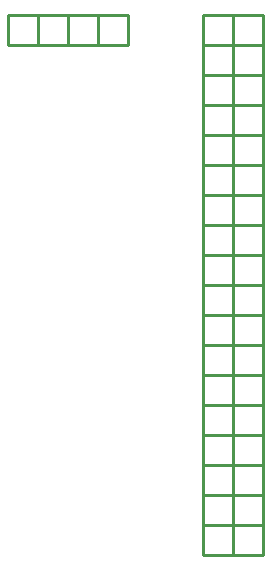
<source format=gbr>
%FSLAX35Y35*%
%MOIN*%
G04 EasyPC Gerber Version 18.0.8 Build 3632 *
%ADD14C,0.01000*%
X0Y0D02*
D02*
D14*
X14000Y175250D02*
X4000D01*
Y185250*
X14000*
Y175250*
X24000D02*
X14000D01*
Y185250*
X24000*
Y175250*
X34000D02*
X24000D01*
Y185250*
X34000*
Y175250*
X44000D02*
X34000D01*
Y185250*
X44000*
Y175250*
X79000Y15250D02*
Y5250D01*
X69000*
Y15250*
X79000*
Y25250D02*
Y15250D01*
X69000*
Y25250*
X79000*
Y35250D02*
Y25250D01*
X69000*
Y35250*
X79000*
Y45250D02*
Y35250D01*
X69000*
Y45250*
X79000*
Y55250D02*
Y45250D01*
X69000*
Y55250*
X79000*
Y65250D02*
Y55250D01*
X69000*
Y65250*
X79000*
Y75250D02*
Y65250D01*
X69000*
Y75250*
X79000*
Y85250D02*
Y75250D01*
X69000*
Y85250*
X79000*
Y95250D02*
Y85250D01*
X69000*
Y95250*
X79000*
Y105250D02*
Y95250D01*
X69000*
Y105250*
X79000*
Y115250D02*
Y105250D01*
X69000*
Y115250*
X79000*
Y125250D02*
Y115250D01*
X69000*
Y125250*
X79000*
Y135250D02*
Y125250D01*
X69000*
Y135250*
X79000*
Y145250D02*
Y135250D01*
X69000*
Y145250*
X79000*
Y155250D02*
Y145250D01*
X69000*
Y155250*
X79000*
Y165250D02*
Y155250D01*
X69000*
Y165250*
X79000*
Y175250D02*
Y165250D01*
X69000*
Y175250*
X79000*
Y185250D02*
Y175250D01*
X69000*
Y185250*
X79000*
X89000Y15250D02*
Y5250D01*
X79000*
Y15250*
X89000*
Y25250D02*
Y15250D01*
X79000*
Y25250*
X89000*
Y35250D02*
Y25250D01*
X79000*
Y35250*
X89000*
Y45250D02*
Y35250D01*
X79000*
Y45250*
X89000*
Y55250D02*
Y45250D01*
X79000*
Y55250*
X89000*
Y65250D02*
Y55250D01*
X79000*
Y65250*
X89000*
Y75250D02*
Y65250D01*
X79000*
Y75250*
X89000*
Y85250D02*
Y75250D01*
X79000*
Y85250*
X89000*
Y95250D02*
Y85250D01*
X79000*
Y95250*
X89000*
Y105250D02*
Y95250D01*
X79000*
Y105250*
X89000*
Y115250D02*
Y105250D01*
X79000*
Y115250*
X89000*
Y125250D02*
Y115250D01*
X79000*
Y125250*
X89000*
Y135250D02*
Y125250D01*
X79000*
Y135250*
X89000*
Y145250D02*
Y135250D01*
X79000*
Y145250*
X89000*
Y155250D02*
Y145250D01*
X79000*
Y155250*
X89000*
Y165250D02*
Y155250D01*
X79000*
Y165250*
X89000*
Y175250D02*
Y165250D01*
X79000*
Y175250*
X89000*
Y185250D02*
Y175250D01*
X79000*
Y185250*
X89000*
X0Y0D02*
M02*

</source>
